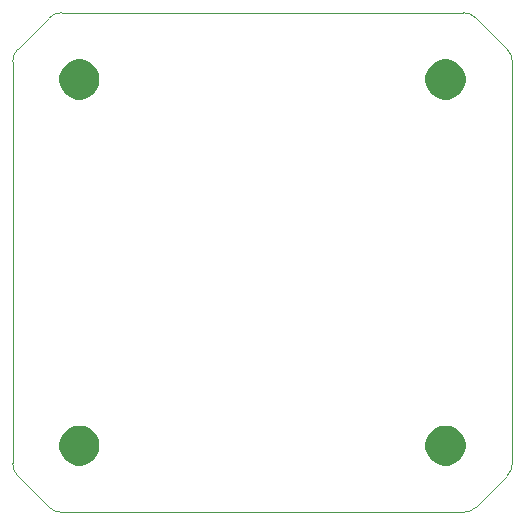
<source format=gbr>
G04*
G04 #@! TF.GenerationSoftware,Altium Limited,Altium Designer,24.8.2 (39)*
G04*
G04 Layer_Color=0*
%FSLAX44Y44*%
%MOMM*%
G71*
G04*
G04 #@! TF.SameCoordinates,C7BC70F5-E38B-40BF-8CF6-97473964AE68*
G04*
G04*
G04 #@! TF.FilePolarity,Positive*
G04*
G01*
G75*
%ADD108C,0.0254*%
G36*
X62729Y383863D02*
X65823Y382582D01*
X68607Y380722D01*
X70975Y378354D01*
X72835Y375569D01*
X74117Y372476D01*
X74770Y369191D01*
Y367517D01*
Y365842D01*
X74117Y362558D01*
X72835Y359464D01*
X70975Y356680D01*
X68607Y354312D01*
X65823Y352452D01*
X62729Y351170D01*
X59444Y350517D01*
X56096D01*
X52811Y351170D01*
X49717Y352452D01*
X46933Y354312D01*
X44565Y356680D01*
X42705Y359464D01*
X41423Y362558D01*
X40770Y365842D01*
Y367517D01*
Y369191D01*
X41423Y372476D01*
X42705Y375569D01*
X44565Y378354D01*
X46933Y380722D01*
X49717Y382582D01*
X52811Y383863D01*
X56096Y384517D01*
X59444D01*
X62729Y383863D01*
D02*
G37*
G36*
X350770Y367517D02*
Y365842D01*
X351423Y362558D01*
X352705Y359464D01*
X354565Y356680D01*
X356933Y354312D01*
X359717Y352452D01*
X362811Y351170D01*
X366096Y350517D01*
X367770D01*
X369444D01*
X372729Y351170D01*
X375822Y352452D01*
X378607Y354312D01*
X380975Y356680D01*
X382835Y359464D01*
X384117Y362558D01*
X384770Y365842D01*
Y367517D01*
Y369191D01*
X384117Y372476D01*
X382835Y375569D01*
X380975Y378354D01*
X378607Y380722D01*
X375822Y382582D01*
X372729Y383863D01*
X369444Y384517D01*
X367770D01*
X366096D01*
X362811Y383863D01*
X359717Y382582D01*
X356933Y380722D01*
X354565Y378354D01*
X352705Y375569D01*
X351423Y372476D01*
X350770Y369191D01*
Y367517D01*
D01*
D02*
G37*
G36*
Y57517D02*
Y55842D01*
X351423Y52558D01*
X352705Y49464D01*
X354565Y46680D01*
X356933Y44312D01*
X359717Y42452D01*
X362811Y41170D01*
X366096Y40517D01*
X367770D01*
X369444D01*
X372729Y41170D01*
X375822Y42452D01*
X378607Y44312D01*
X380975Y46680D01*
X382835Y49464D01*
X384117Y52558D01*
X384770Y55842D01*
Y57517D01*
Y59191D01*
X384117Y62476D01*
X382835Y65569D01*
X380975Y68354D01*
X378607Y70722D01*
X375822Y72582D01*
X372729Y73864D01*
X369444Y74517D01*
X367770D01*
X366096D01*
X362811Y73864D01*
X359717Y72582D01*
X356933Y70722D01*
X354565Y68354D01*
X352705Y65569D01*
X351423Y62476D01*
X350770Y59191D01*
Y57517D01*
D01*
D02*
G37*
G36*
X40770D02*
Y55842D01*
X41423Y52558D01*
X42705Y49464D01*
X44565Y46680D01*
X46933Y44312D01*
X49717Y42452D01*
X52811Y41170D01*
X56096Y40517D01*
X57770D01*
X59444D01*
X62729Y41170D01*
X65823Y42452D01*
X68607Y44312D01*
X70975Y46680D01*
X72835Y49464D01*
X74117Y52558D01*
X74770Y55842D01*
Y57517D01*
Y59191D01*
X74117Y62476D01*
X72835Y65569D01*
X70975Y68354D01*
X68607Y70722D01*
X65823Y72582D01*
X62729Y73864D01*
X59444Y74517D01*
X57770D01*
X56096D01*
X52811Y73864D01*
X49717Y72582D01*
X46933Y70722D01*
X44565Y68354D01*
X42705Y65569D01*
X41423Y62476D01*
X40770Y59191D01*
Y57517D01*
D01*
D02*
G37*
D108*
X5663Y31775D02*
X32028Y5410D01*
D02*
G03*
X42635Y1017I10606J10606D01*
G01*
X382905Y1017D01*
D02*
G03*
X393512Y5410I-0J15000D01*
G01*
X419877Y31775D01*
D02*
G03*
X424270Y42381I-10606J10606D01*
G01*
X424270Y382652D01*
D02*
G03*
X419877Y393259I-15000J0D01*
G01*
X393512Y419623D01*
D02*
G03*
X382905Y424017I-10607J-10606D01*
G01*
X42635Y424017D01*
D02*
G03*
X32028Y419623I-0J-15000D01*
G01*
X5663Y393259D01*
D02*
G03*
X1270Y382652I10606J-10607D01*
G01*
X1270Y42381D01*
D02*
G03*
X5663Y31775I15000J0D01*
G01*
M02*

</source>
